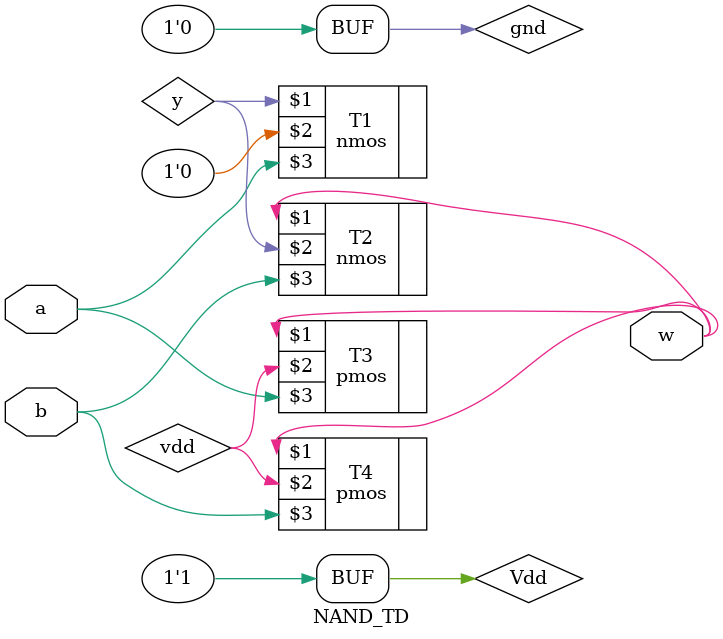
<source format=v>
`timescale 1ns / 1ps
module NAND_TD(
	 output w,
    input a,
    input b  );
		supply1 Vdd ;
		supply0 gnd ;
		wire y ;
		nmos #(5) T1(y,gnd ,a);
		nmos #(5) T2(w, y, b);
		pmos #(6) T3(w,vdd,a),
					 T4(w,vdd,b);

endmodule

</source>
